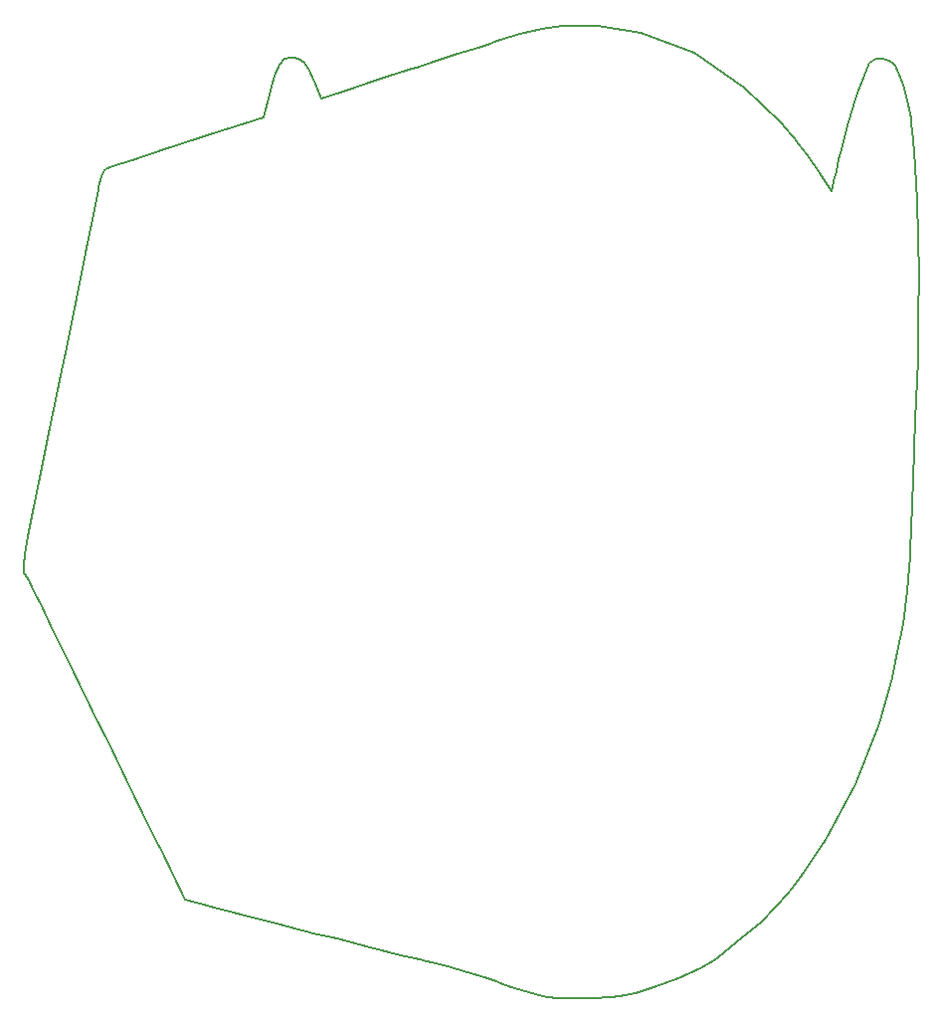
<source format=gbr>
G04 #@! TF.GenerationSoftware,KiCad,Pcbnew,(5.0.0-3-g5ebb6b6)*
G04 #@! TF.CreationDate,2019-01-19T17:02:55+01:00*
G04 #@! TF.ProjectId,Securityfest_2019_badge_beta,5365637572697479666573745F323031,rev?*
G04 #@! TF.SameCoordinates,Original*
G04 #@! TF.FileFunction,Profile,NP*
%FSLAX46Y46*%
G04 Gerber Fmt 4.6, Leading zero omitted, Abs format (unit mm)*
G04 Created by KiCad (PCBNEW (5.0.0-3-g5ebb6b6)) date 2019 January 19, Saturday 17:02:55*
%MOMM*%
%LPD*%
G01*
G04 APERTURE LIST*
%ADD10C,0.200000*%
G04 APERTURE END LIST*
D10*
X168420700Y-44149400D02*
X172731300Y-47080200D01*
X163851200Y-42379800D02*
X168420700Y-44149400D01*
X160246200Y-41787500D02*
X163851200Y-42379800D01*
X159046000Y-41787500D02*
X160246200Y-41787500D01*
X158591300Y-41787500D02*
X159046000Y-41787500D01*
X157229600Y-41850700D02*
X158591300Y-41787500D01*
X155526400Y-42076800D02*
X157229600Y-41850700D01*
X153677100Y-42510700D02*
X155526400Y-42076800D01*
X151983400Y-43019400D02*
X153677100Y-42510700D01*
X151423900Y-43203900D02*
X151983400Y-43019400D01*
X134787000Y-118683300D02*
X132923800Y-118213400D01*
X135408500Y-118839000D02*
X134787000Y-118683300D01*
X154093400Y-123979060D02*
X152862500Y-123591810D01*
X155234300Y-124276730D02*
X154093400Y-123979060D01*
X151927000Y-123255580D02*
X151619700Y-123134300D01*
X152862500Y-123591810D02*
X151927000Y-123255580D01*
X149184800Y-122353000D02*
X147462200Y-121870600D01*
X150635800Y-122792600D02*
X149184800Y-122353000D01*
X151391100Y-123043400D02*
X150635800Y-122792600D01*
X151619700Y-123134300D02*
X151391100Y-123043400D01*
X136145800Y-46606500D02*
X136701100Y-48006300D01*
X136046300Y-46355600D02*
X136145800Y-46606500D01*
X135699200Y-45622600D02*
X136046300Y-46355600D01*
X117737900Y-55766300D02*
X117776400Y-55552600D01*
X117678600Y-56092700D02*
X117737900Y-55766300D01*
X117400200Y-57502400D02*
X117678600Y-56092700D01*
X116748400Y-60734200D02*
X117400200Y-57502400D01*
X115786600Y-65433100D02*
X116748400Y-60734200D01*
X111371300Y-88214800D02*
X111383700Y-87695200D01*
X111408500Y-88403600D02*
X111371300Y-88214800D01*
X111444400Y-88446300D02*
X111408500Y-88403600D01*
X111480200Y-88488900D02*
X111444400Y-88446300D01*
X111794400Y-89011400D02*
X111480200Y-88488900D01*
X112187100Y-89770600D02*
X111794400Y-89011400D01*
X112264300Y-89931800D02*
X112187100Y-89770600D01*
X130563300Y-117613900D02*
X128592700Y-117106800D01*
X132923800Y-118213400D02*
X130563300Y-117613900D01*
X177541800Y-114252900D02*
X176745600Y-115225800D01*
X179646100Y-111101300D02*
X177541800Y-114252900D01*
X182162500Y-106348400D02*
X179646100Y-111101300D01*
X184180000Y-101207000D02*
X182162500Y-106348400D01*
X185320900Y-97254800D02*
X184180000Y-101207000D01*
X185592500Y-95916700D02*
X185320900Y-97254800D01*
X185755200Y-95107800D02*
X185592500Y-95916700D01*
X186207100Y-92672900D02*
X185755200Y-95107800D01*
X186591600Y-89927600D02*
X186207100Y-92672900D01*
X186821600Y-86970600D02*
X186591600Y-89927600D01*
X186945800Y-84064000D02*
X186821600Y-86970600D01*
X186976100Y-83096700D02*
X186945800Y-84064000D01*
X186995200Y-82447600D02*
X186976100Y-83096700D01*
X112340100Y-90093000D02*
X112264300Y-89931800D01*
X112801700Y-91041300D02*
X112340100Y-90093000D01*
X113854500Y-93197800D02*
X112801700Y-91041300D01*
X115271200Y-96088800D02*
X113854500Y-93197800D01*
X116492100Y-98574900D02*
X115271200Y-96088800D01*
X116900000Y-99404500D02*
X116492100Y-98574900D01*
X117336900Y-100293300D02*
X116900000Y-99404500D01*
X156591700Y-124512350D02*
X156210000Y-124460000D01*
X157753400Y-124570240D02*
X156591700Y-124512350D01*
X159623500Y-124559200D02*
X157753400Y-124570240D01*
X161469900Y-124439330D02*
X159623500Y-124559200D01*
X162584700Y-124302910D02*
X161469900Y-124439330D01*
X162948400Y-124222970D02*
X162584700Y-124302910D01*
X163468100Y-124107220D02*
X162948400Y-124222970D01*
X165002000Y-123649700D02*
X163468100Y-124107220D01*
X167084100Y-122867000D02*
X165002000Y-123649700D01*
X168977400Y-121964400D02*
X167084100Y-122867000D01*
X170115800Y-121297400D02*
X168977400Y-121964400D01*
X170465800Y-121035600D02*
X170115800Y-121297400D01*
X170994900Y-120637300D02*
X170465800Y-121035600D01*
X172563000Y-119413600D02*
X170994900Y-120637300D01*
X174112100Y-118087900D02*
X172563000Y-119413600D01*
X175407500Y-116783000D02*
X174112100Y-118087900D01*
X176420300Y-115621300D02*
X175407500Y-116783000D01*
X176745600Y-115225800D02*
X176420300Y-115621300D01*
X123043300Y-111939100D02*
X122762200Y-111363100D01*
X125104800Y-116171100D02*
X123043300Y-111939100D01*
X127279400Y-116760900D02*
X125104800Y-116171100D01*
X127577100Y-116840800D02*
X127279400Y-116760900D01*
X128592700Y-117106800D02*
X127577100Y-116840800D01*
X140878000Y-120204600D02*
X138060000Y-119500400D01*
X143523800Y-120866100D02*
X140878000Y-120204600D01*
X118647400Y-102961200D02*
X117336900Y-100293300D01*
X120387800Y-106509700D02*
X118647400Y-102961200D01*
X121920200Y-109639200D02*
X120387800Y-106509700D01*
X122762200Y-111363100D02*
X121920200Y-109639200D01*
X176910700Y-51349600D02*
X177369600Y-51928500D01*
X176755100Y-51162200D02*
X176910700Y-51349600D01*
X175841400Y-50063700D02*
X176755100Y-51162200D01*
X172731300Y-47080200D02*
X175841400Y-50063700D01*
X187061500Y-80504900D02*
X186995200Y-82447600D01*
X187160600Y-77781800D02*
X187061500Y-80504900D01*
X187261200Y-75248800D02*
X187160600Y-77781800D01*
X187327500Y-73735800D02*
X187261200Y-75248800D01*
X187352200Y-73232700D02*
X187327500Y-73735800D01*
X136069900Y-119004300D02*
X135408500Y-118839000D01*
X138060000Y-119500400D02*
X136069900Y-119004300D01*
X187390600Y-72412900D02*
X187352200Y-73232700D01*
X187476400Y-69951500D02*
X187390600Y-72412900D01*
X187542300Y-66528500D02*
X187476400Y-69951500D01*
X187554700Y-63083600D02*
X187542300Y-66528500D01*
X187513400Y-59733700D02*
X187554700Y-63083600D01*
X187422400Y-56601400D02*
X187513400Y-59733700D01*
X187284800Y-53803800D02*
X187422400Y-56601400D01*
X187100000Y-51462400D02*
X187284800Y-53803800D01*
X186948600Y-50134200D02*
X187100000Y-51462400D01*
X186874200Y-49697100D02*
X186948600Y-50134200D01*
X186807900Y-49316900D02*
X186874200Y-49697100D01*
X186564100Y-48188300D02*
X186807900Y-49316900D01*
X186197600Y-46839300D02*
X186564100Y-48188300D01*
X185810200Y-45772500D02*
X186197600Y-46839300D01*
X185558000Y-45250400D02*
X185810200Y-45772500D01*
X185443700Y-45112400D02*
X185558000Y-45250400D01*
X185356900Y-45007700D02*
X185443700Y-45112400D01*
X185010800Y-44765300D02*
X185356900Y-45007700D01*
X184488700Y-44598400D02*
X185010800Y-44765300D01*
X183953900Y-44622100D02*
X184488700Y-44598400D01*
X183585900Y-44768100D02*
X183953900Y-44622100D01*
X183488200Y-44847900D02*
X183585900Y-44768100D01*
X183376700Y-44937500D02*
X183488200Y-44847900D01*
X182990800Y-45799000D02*
X183376700Y-44937500D01*
X182272900Y-47788600D02*
X182990800Y-45799000D01*
X181494300Y-50332500D02*
X182272900Y-47788600D01*
X180966600Y-52289400D02*
X181494300Y-50332500D01*
X180814900Y-52948000D02*
X180966600Y-52289400D01*
X180768000Y-53145200D02*
X180814900Y-52948000D01*
X180524200Y-54185500D02*
X180768000Y-53145200D01*
X180318900Y-55038600D02*
X180524200Y-54185500D01*
X180293800Y-55143300D02*
X180318900Y-55038600D01*
X180106500Y-55902500D02*
X180293800Y-55143300D01*
X179121200Y-54361900D02*
X180106500Y-55902500D01*
X179002700Y-54176000D02*
X179121200Y-54361900D01*
X178629400Y-53633100D02*
X179002700Y-54176000D01*
X178020200Y-52786800D02*
X178629400Y-53633100D01*
X177369600Y-51928500D02*
X178020200Y-52786800D01*
X132367100Y-47291200D02*
X132700600Y-46086800D01*
X132270600Y-47696500D02*
X132367100Y-47291200D01*
X131815900Y-49600800D02*
X132270600Y-47696500D01*
X127216000Y-51077900D02*
X131815900Y-49600800D01*
X126250000Y-51388000D02*
X127216000Y-51077900D01*
X123357500Y-52323900D02*
X126250000Y-51388000D01*
X120615200Y-53226300D02*
X123357500Y-52323900D01*
X118929900Y-53803800D02*
X120615200Y-53226300D01*
X118311100Y-54035300D02*
X118929900Y-53803800D01*
X118242200Y-54079400D02*
X118311100Y-54035300D01*
X118210500Y-54097300D02*
X118242200Y-54079400D01*
X118002400Y-54630700D02*
X118210500Y-54097300D01*
X117776400Y-55552600D02*
X118002400Y-54630700D01*
X114839900Y-70037300D02*
X115786600Y-65433100D01*
X114522900Y-71572200D02*
X114839900Y-70037300D01*
X114272100Y-72785000D02*
X114522900Y-71572200D01*
X113521100Y-76428500D02*
X114272100Y-72785000D01*
X112742500Y-80251200D02*
X113521100Y-76428500D01*
X112160900Y-83165500D02*
X112742500Y-80251200D01*
X111757200Y-85296300D02*
X112160900Y-83165500D01*
X111505000Y-86763900D02*
X111757200Y-85296300D01*
X111383700Y-87695200D02*
X111505000Y-86763900D01*
X155964500Y-124425530D02*
X155234300Y-124276730D01*
X151081000Y-43315700D02*
X151423900Y-43203900D01*
X150053000Y-43653400D02*
X151081000Y-43315700D01*
X148271100Y-44234700D02*
X150053000Y-43653400D01*
X146307200Y-44874300D02*
X148271100Y-44234700D01*
X144871400Y-45341400D02*
X146307200Y-44874300D01*
X144393400Y-45497000D02*
X144871400Y-45341400D01*
X143933000Y-45644400D02*
X144393400Y-45497000D01*
X142556500Y-46092500D02*
X143933000Y-45644400D01*
X140804900Y-46661500D02*
X142556500Y-46092500D01*
X139336000Y-47139500D02*
X140804900Y-46661500D01*
X138576400Y-47387900D02*
X139336000Y-47139500D01*
X138350700Y-47463400D02*
X138576400Y-47387900D01*
X136701100Y-48006300D02*
X138350700Y-47463400D01*
X145127900Y-121268500D02*
X143523800Y-120866100D01*
X145662300Y-121402100D02*
X145127900Y-121268500D01*
X135261000Y-44978700D02*
X135699200Y-45622600D01*
X134785600Y-44628800D02*
X135261000Y-44978700D01*
X134368000Y-44522600D02*
X134785600Y-44628800D01*
X134228800Y-44522600D02*
X134368000Y-44522600D01*
X134069000Y-44522600D02*
X134228800Y-44522600D01*
X133589400Y-44646800D02*
X134069000Y-44522600D01*
X133111300Y-45119500D02*
X133589400Y-44646800D01*
X132700600Y-46086800D02*
X133111300Y-45119500D01*
X146113200Y-121513700D02*
X145662300Y-121402100D01*
X147462200Y-121870600D02*
X146113200Y-121513700D01*
X156210000Y-124460000D02*
X155964500Y-124425530D01*
M02*

</source>
